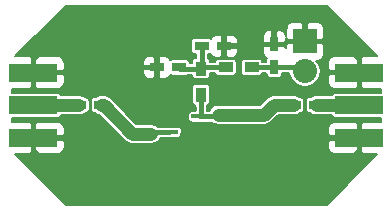
<source format=gtl>
G04 #@! TF.FileFunction,Copper,L1,Top,Signal*
%FSLAX46Y46*%
G04 Gerber Fmt 4.6, Leading zero omitted, Abs format (unit mm)*
G04 Created by KiCad (PCBNEW 4.0.7-e2-6376~58~ubuntu16.04.1) date Sat May 19 18:02:08 2018*
%MOMM*%
%LPD*%
G01*
G04 APERTURE LIST*
%ADD10C,0.100000*%
%ADD11R,4.064000X1.524000*%
%ADD12R,1.200000X0.750000*%
%ADD13R,2.032000X2.032000*%
%ADD14O,2.032000X2.032000*%
%ADD15R,0.900000X1.200000*%
%ADD16R,1.200000X0.900000*%
%ADD17R,1.500000X0.400000*%
%ADD18R,0.750000X1.200000*%
%ADD19C,0.700000*%
%ADD20C,0.400000*%
%ADD21C,0.200000*%
%ADD22C,1.100000*%
%ADD23C,0.254000*%
G04 APERTURE END LIST*
D10*
D11*
X2200000Y9000000D03*
X2200000Y11770000D03*
X2200000Y6230000D03*
X29800000Y9000000D03*
X29800000Y6230000D03*
X29800000Y11770000D03*
D12*
X7950000Y9000000D03*
X6050000Y9000000D03*
X26150000Y9000000D03*
X24250000Y9000000D03*
D13*
X25200000Y14400000D03*
D14*
X25200000Y11860000D03*
D12*
X16450000Y14000000D03*
X18350000Y14000000D03*
X14550000Y12200000D03*
X12650000Y12200000D03*
D15*
X16400000Y12100000D03*
X16400000Y9900000D03*
D16*
X20700000Y12200000D03*
X18500000Y12200000D03*
D17*
X13670000Y8050000D03*
X13670000Y7400000D03*
X13670000Y6750000D03*
X16330000Y6750000D03*
X16330000Y7400000D03*
X16330000Y8050000D03*
D18*
X22600000Y12250000D03*
X22600000Y14150000D03*
D19*
X27200000Y15400000D03*
X27400000Y14400000D03*
X18000000Y9600000D03*
X19000000Y9600000D03*
X20200000Y9600000D03*
X21200000Y9800000D03*
X22000000Y10400000D03*
X23000000Y10400000D03*
X23400000Y15600000D03*
X22400000Y15600000D03*
X21400000Y15600000D03*
X21400000Y14600000D03*
X20800000Y13600000D03*
X19800000Y13600000D03*
X19800000Y14800000D03*
X19000000Y15400000D03*
X17800000Y15400000D03*
X16600000Y15400000D03*
X15400000Y15400000D03*
X14800000Y14600000D03*
X14800000Y13600000D03*
X13800000Y13600000D03*
X12800000Y13600000D03*
X11600000Y13600000D03*
X11000000Y12600000D03*
X11000000Y11600000D03*
X11800000Y10800000D03*
X12800000Y10800000D03*
X13800000Y10800000D03*
X14800000Y10400000D03*
X14800000Y9400000D03*
X13800000Y9400000D03*
X12800000Y9400000D03*
X12000000Y8800000D03*
X11200000Y8200000D03*
X10400000Y9000000D03*
X9800000Y9800000D03*
X8800000Y10400000D03*
X7800000Y10400000D03*
X6800000Y10400000D03*
X5800000Y10400000D03*
X5400000Y11400000D03*
X13000000Y5599994D03*
X6800000Y7600000D03*
X8000000Y7400000D03*
X8600000Y6600000D03*
X9000000Y5800000D03*
X9800000Y5200000D03*
X11000000Y5000000D03*
X12000000Y5000000D03*
X14000000Y5600000D03*
X15000000Y5600000D03*
X16000000Y5600000D03*
X17000000Y5600000D03*
X18000000Y5800000D03*
X18400000Y6600000D03*
X19400000Y6600000D03*
X20400000Y6600000D03*
X21400000Y6600000D03*
X22400000Y6600000D03*
X23200000Y7200000D03*
X24400000Y7600000D03*
X25400000Y7600000D03*
X21600000Y1000000D03*
X10600006Y1000000D03*
X20600000Y1000000D03*
X19600000Y1000000D03*
X18600000Y1000000D03*
X17600000Y1000000D03*
X16600000Y1000000D03*
X15600000Y1000000D03*
X14600000Y1000000D03*
X13600000Y1000000D03*
X12600000Y1000000D03*
X11600000Y1000000D03*
X5500000Y12500000D03*
X4500000Y13500000D03*
X3000000Y13500000D03*
X5500000Y7500000D03*
X5500000Y6500000D03*
X5500000Y5500000D03*
X4500000Y4500000D03*
X3000000Y4500000D03*
X26500000Y7500000D03*
X26500000Y6500000D03*
X26500000Y5500000D03*
X27500000Y4500000D03*
X29000000Y4500000D03*
X27500000Y13500000D03*
X29000000Y13500000D03*
X1500000Y13500000D03*
X2500000Y14500000D03*
X3500000Y15500000D03*
X4500000Y16500000D03*
X5500000Y17000000D03*
X6500000Y17000000D03*
X7500000Y17000000D03*
X8500000Y17000000D03*
X9500000Y17000000D03*
X10500000Y17000000D03*
X11500000Y17000000D03*
X12500000Y17000000D03*
X13500000Y17000000D03*
X14500000Y17000000D03*
X15500000Y17000000D03*
X16500000Y17000000D03*
X17500000Y17000000D03*
X18500000Y17000000D03*
X19500000Y17000000D03*
X20500000Y17000000D03*
X21500000Y17000000D03*
X22500000Y17000000D03*
X23500000Y17000000D03*
X24500000Y17000000D03*
X25500000Y17000000D03*
X26500000Y17000000D03*
X27500000Y16500000D03*
X28500000Y15500000D03*
X29500000Y14500000D03*
X30500000Y13500000D03*
X30500000Y4500000D03*
X29500000Y3500000D03*
X28500000Y2500000D03*
X27500000Y1500000D03*
X26500000Y1000000D03*
X25500000Y1000000D03*
X24500000Y1000000D03*
X23500000Y1000000D03*
X22500000Y1000000D03*
X9500000Y1000000D03*
X8500000Y1000000D03*
X7500000Y1000000D03*
X6500000Y1000000D03*
X5500000Y1000000D03*
X4500000Y1500000D03*
X3500000Y2500000D03*
X2500000Y3500000D03*
X1500000Y4500000D03*
D20*
X16330000Y7400000D02*
X16330000Y6750000D01*
X13670000Y8050000D02*
X13670000Y7400000D01*
D21*
X27400000Y14400000D02*
X27400000Y15200000D01*
X27400000Y15200000D02*
X27200000Y15400000D01*
X19000000Y9600000D02*
X18000000Y9600000D01*
X21200000Y9800000D02*
X20400000Y9800000D01*
X20400000Y9800000D02*
X20200000Y9600000D01*
X23000000Y10400000D02*
X22000000Y10400000D01*
X22400000Y15600000D02*
X23400000Y15600000D01*
X21400000Y14600000D02*
X21400000Y15600000D01*
X19800000Y13600000D02*
X20800000Y13600000D01*
X19000000Y15400000D02*
X19200000Y15400000D01*
X19200000Y15400000D02*
X19800000Y14800000D01*
X16600000Y15400000D02*
X17800000Y15400000D01*
X14800000Y14600000D02*
X14800000Y14800000D01*
X14800000Y14800000D02*
X15400000Y15400000D01*
X13800000Y13600000D02*
X14800000Y13600000D01*
X11600000Y13600000D02*
X12800000Y13600000D01*
X11000000Y11600000D02*
X11000000Y12600000D01*
X12800000Y10800000D02*
X11800000Y10800000D01*
X14800000Y10400000D02*
X14200000Y10400000D01*
X14200000Y10400000D02*
X13800000Y10800000D01*
X13800000Y9400000D02*
X14800000Y9400000D01*
X12000000Y8800000D02*
X12200000Y8800000D01*
X12200000Y8800000D02*
X12800000Y9400000D01*
X10400000Y9000000D02*
X11200000Y8200000D01*
X8800000Y10400000D02*
X9200000Y10400000D01*
X9200000Y10400000D02*
X9800000Y9800000D01*
X6800000Y10400000D02*
X7800000Y10400000D01*
X5400000Y11400000D02*
X5400000Y10800000D01*
X5400000Y10800000D02*
X5800000Y10400000D01*
X12000000Y5000000D02*
X12599994Y5599994D01*
X12599994Y5599994D02*
X13000000Y5599994D01*
X8000000Y7400000D02*
X7000000Y7400000D01*
X7000000Y7400000D02*
X6800000Y7600000D01*
X9000000Y5800000D02*
X9000000Y6200000D01*
X9000000Y6200000D02*
X8600000Y6600000D01*
X11000000Y5000000D02*
X10000000Y5000000D01*
X10000000Y5000000D02*
X9800000Y5200000D01*
X15000000Y5600000D02*
X14000000Y5600000D01*
X17000000Y5600000D02*
X16000000Y5600000D01*
X18400000Y6600000D02*
X18400000Y6200000D01*
X18400000Y6200000D02*
X18000000Y5800000D01*
X20400000Y6600000D02*
X19400000Y6600000D01*
X22400000Y6600000D02*
X21400000Y6600000D01*
X24400000Y7600000D02*
X23600000Y7600000D01*
X23600000Y7600000D02*
X23200000Y7200000D01*
X26500000Y7500000D02*
X25500000Y7500000D01*
X25500000Y7500000D02*
X25400000Y7600000D01*
X9500000Y1000000D02*
X10600006Y1000000D01*
X19600000Y1000000D02*
X20600000Y1000000D01*
X17600000Y1000000D02*
X18600000Y1000000D01*
X15600000Y1000000D02*
X16600000Y1000000D01*
X13600000Y1000000D02*
X14600000Y1000000D01*
X11600000Y1000000D02*
X12600000Y1000000D01*
X30500000Y4500000D02*
X29900000Y4500000D01*
X29900000Y4500000D02*
X29700000Y4700000D01*
X29700000Y4700000D02*
X29700000Y6230000D01*
X4500000Y13500000D02*
X5500000Y12500000D01*
X2300000Y11770000D02*
X2300000Y12800000D01*
X2300000Y12800000D02*
X3000000Y13500000D01*
X5500000Y6500000D02*
X5500000Y7500000D01*
X4500000Y4500000D02*
X5500000Y5500000D01*
X2300000Y6230000D02*
X2300000Y5200000D01*
X2300000Y5200000D02*
X3000000Y4500000D01*
X26500000Y6500000D02*
X26500000Y7500000D01*
X27500000Y4500000D02*
X26500000Y5500000D01*
X29700000Y6230000D02*
X29700000Y5200000D01*
X29700000Y5200000D02*
X29000000Y4500000D01*
X29700000Y11770000D02*
X29700000Y12800000D01*
X29700000Y12800000D02*
X29000000Y13500000D01*
X3500000Y15500000D02*
X2500000Y14500000D01*
X5500000Y17000000D02*
X5000000Y17000000D01*
X5000000Y17000000D02*
X4500000Y16500000D01*
X7500000Y17000000D02*
X6500000Y17000000D01*
X9500000Y17000000D02*
X8500000Y17000000D01*
X11500000Y17000000D02*
X10500000Y17000000D01*
X13500000Y17000000D02*
X12500000Y17000000D01*
X15500000Y17000000D02*
X14500000Y17000000D01*
X17500000Y17000000D02*
X16500000Y17000000D01*
X19500000Y17000000D02*
X18500000Y17000000D01*
X21500000Y17000000D02*
X20500000Y17000000D01*
X23500000Y17000000D02*
X22500000Y17000000D01*
X25500000Y17000000D02*
X24500000Y17000000D01*
X27500000Y16500000D02*
X27000000Y16500000D01*
X27000000Y16500000D02*
X26500000Y17000000D01*
X29500000Y14500000D02*
X28500000Y15500000D01*
X29700000Y11770000D02*
X29700000Y12732000D01*
X30468000Y13500000D02*
X30500000Y13500000D01*
X29700000Y12732000D02*
X30468000Y13500000D01*
X29500000Y3500000D02*
X30500000Y4500000D01*
X27500000Y1500000D02*
X28500000Y2500000D01*
X25500000Y1000000D02*
X26500000Y1000000D01*
X23500000Y1000000D02*
X24500000Y1000000D01*
X8500000Y1000000D02*
X9500000Y1000000D01*
X6500000Y1000000D02*
X7500000Y1000000D01*
X4500000Y1500000D02*
X5000000Y1500000D01*
X5000000Y1500000D02*
X5500000Y1000000D01*
X2500000Y3500000D02*
X3500000Y2500000D01*
X2300000Y6230000D02*
X2300000Y5268000D01*
X2300000Y5268000D02*
X1532000Y4500000D01*
X1532000Y4500000D02*
X1500000Y4500000D01*
D20*
X13670000Y6750000D02*
X12350000Y6750000D01*
X12350000Y6750000D02*
X12200000Y6600000D01*
D22*
X10575000Y6600000D02*
X12200000Y6600000D01*
X7950000Y9000000D02*
X8175000Y9000000D01*
X8175000Y9000000D02*
X10575000Y6600000D01*
X29800000Y9000000D02*
X26150000Y9000000D01*
D20*
X18500000Y12200000D02*
X16500000Y12200000D01*
X16500000Y12200000D02*
X16400000Y12100000D01*
X16450000Y14000000D02*
X16450000Y12150000D01*
X16450000Y12150000D02*
X16400000Y12100000D01*
X16400000Y12100000D02*
X14650000Y12100000D01*
X14650000Y12100000D02*
X14550000Y12200000D01*
D22*
X2200000Y9000000D02*
X6050000Y9000000D01*
D20*
X16400000Y9900000D02*
X16400000Y8120000D01*
X16400000Y8120000D02*
X16330000Y8050000D01*
X16330000Y8050000D02*
X17650000Y8050000D01*
X17650000Y8050000D02*
X17800000Y8200000D01*
D22*
X21750000Y8200000D02*
X17800000Y8200000D01*
X24250000Y9000000D02*
X22550000Y9000000D01*
X22550000Y9000000D02*
X21750000Y8200000D01*
D20*
X22600000Y12250000D02*
X24810000Y12250000D01*
X24810000Y12250000D02*
X25200000Y11860000D01*
X20700000Y12200000D02*
X22550000Y12200000D01*
X22550000Y12200000D02*
X22600000Y12250000D01*
D21*
G36*
X31329670Y13140000D02*
X30106000Y13140000D01*
X29954000Y12988000D01*
X29954000Y11924000D01*
X29974000Y11924000D01*
X29974000Y11616000D01*
X29954000Y11616000D01*
X29954000Y10552000D01*
X30106000Y10400000D01*
X31625000Y10400000D01*
X31625000Y10067877D01*
X27768000Y10067877D01*
X27656827Y10046958D01*
X27554721Y9981255D01*
X27486222Y9881003D01*
X27479944Y9850000D01*
X26150000Y9850000D01*
X25824719Y9785298D01*
X25668442Y9680877D01*
X25550000Y9680877D01*
X25438827Y9659958D01*
X25336721Y9594255D01*
X25268222Y9494003D01*
X25244123Y9375000D01*
X25244123Y8625000D01*
X25265042Y8513827D01*
X25330745Y8411721D01*
X25430997Y8343222D01*
X25550000Y8319123D01*
X25668442Y8319123D01*
X25824719Y8214702D01*
X26150000Y8150000D01*
X27478682Y8150000D01*
X27483042Y8126827D01*
X27548745Y8024721D01*
X27648997Y7956222D01*
X27768000Y7932123D01*
X31625000Y7932123D01*
X31625000Y7600000D01*
X30106000Y7600000D01*
X29954000Y7448000D01*
X29954000Y6384000D01*
X29974000Y6384000D01*
X29974000Y6076000D01*
X29954000Y6076000D01*
X29954000Y5012000D01*
X30106000Y4860000D01*
X31329670Y4860000D01*
X27044670Y575000D01*
X4955330Y575000D01*
X670330Y4860000D01*
X1894000Y4860000D01*
X2046000Y5012000D01*
X2046000Y6076000D01*
X2354000Y6076000D01*
X2354000Y5012000D01*
X2506000Y4860000D01*
X4352938Y4860000D01*
X4576404Y4952562D01*
X4747437Y5123595D01*
X4840000Y5347061D01*
X4840000Y5924000D01*
X4688000Y6076000D01*
X2354000Y6076000D01*
X2046000Y6076000D01*
X2026000Y6076000D01*
X2026000Y6384000D01*
X2046000Y6384000D01*
X2046000Y7448000D01*
X2354000Y7448000D01*
X2354000Y6384000D01*
X4688000Y6384000D01*
X4840000Y6536000D01*
X4840000Y7112939D01*
X4747437Y7336405D01*
X4576404Y7507438D01*
X4352938Y7600000D01*
X2506000Y7600000D01*
X2354000Y7448000D01*
X2046000Y7448000D01*
X1894000Y7600000D01*
X375000Y7600000D01*
X375000Y7932123D01*
X4232000Y7932123D01*
X4343173Y7953042D01*
X4445279Y8018745D01*
X4513778Y8118997D01*
X4520056Y8150000D01*
X6050000Y8150000D01*
X6375281Y8214702D01*
X6531558Y8319123D01*
X6650000Y8319123D01*
X6761173Y8340042D01*
X6863279Y8405745D01*
X6931778Y8505997D01*
X6955877Y8625000D01*
X6955877Y9375000D01*
X7044123Y9375000D01*
X7044123Y8625000D01*
X7065042Y8513827D01*
X7130745Y8411721D01*
X7230997Y8343222D01*
X7350000Y8319123D01*
X7468442Y8319123D01*
X7624719Y8214702D01*
X7791364Y8181555D01*
X9973957Y5998962D01*
X9973959Y5998959D01*
X10249719Y5814702D01*
X10575000Y5749999D01*
X10575005Y5750000D01*
X12200000Y5750000D01*
X12525281Y5814702D01*
X12688856Y5924000D01*
X27160000Y5924000D01*
X27160000Y5347061D01*
X27252563Y5123595D01*
X27423596Y4952562D01*
X27647062Y4860000D01*
X29494000Y4860000D01*
X29646000Y5012000D01*
X29646000Y6076000D01*
X27312000Y6076000D01*
X27160000Y5924000D01*
X12688856Y5924000D01*
X12801041Y5998959D01*
X12964854Y6244123D01*
X14420000Y6244123D01*
X14531173Y6265042D01*
X14633279Y6330745D01*
X14701778Y6430997D01*
X14725877Y6550000D01*
X14725877Y6668604D01*
X14764405Y6684563D01*
X14935438Y6855596D01*
X14989027Y6984973D01*
X15026490Y6947510D01*
X15064562Y6855596D01*
X15235595Y6684563D01*
X15319037Y6650000D01*
X15124000Y6650000D01*
X14972000Y6498000D01*
X14972000Y6429062D01*
X15064562Y6205596D01*
X15235595Y6034563D01*
X15459061Y5942000D01*
X16024000Y5942000D01*
X16176000Y6094000D01*
X16176000Y6650000D01*
X16082000Y6650000D01*
X16176000Y6744000D01*
X16176000Y6924000D01*
X16484000Y6924000D01*
X16484000Y6744000D01*
X16578000Y6650000D01*
X16484000Y6650000D01*
X16484000Y6094000D01*
X16636000Y5942000D01*
X17200939Y5942000D01*
X17424405Y6034563D01*
X17595438Y6205596D01*
X17688000Y6429062D01*
X17688000Y6498000D01*
X17536000Y6650000D01*
X17340963Y6650000D01*
X17424405Y6684563D01*
X17595438Y6855596D01*
X17633510Y6947510D01*
X17688000Y7002000D01*
X17688000Y7070938D01*
X17686317Y7075000D01*
X17688000Y7079062D01*
X17688000Y7112939D01*
X27160000Y7112939D01*
X27160000Y6536000D01*
X27312000Y6384000D01*
X29646000Y6384000D01*
X29646000Y7448000D01*
X29494000Y7600000D01*
X27647062Y7600000D01*
X27423596Y7507438D01*
X27252563Y7336405D01*
X27160000Y7112939D01*
X17688000Y7112939D01*
X17688000Y7148000D01*
X17633510Y7202490D01*
X17615488Y7245998D01*
X17688000Y7245998D01*
X17688000Y7372278D01*
X17800000Y7350000D01*
X21750000Y7350000D01*
X22075281Y7414702D01*
X22351041Y7598959D01*
X22902082Y8150000D01*
X24250000Y8150000D01*
X24575281Y8214702D01*
X24731558Y8319123D01*
X24850000Y8319123D01*
X24961173Y8340042D01*
X25063279Y8405745D01*
X25131778Y8505997D01*
X25155877Y8625000D01*
X25155877Y9375000D01*
X25134958Y9486173D01*
X25069255Y9588279D01*
X24969003Y9656778D01*
X24850000Y9680877D01*
X24731558Y9680877D01*
X24575281Y9785298D01*
X24250000Y9850000D01*
X22550000Y9850000D01*
X22224719Y9785298D01*
X21948959Y9601041D01*
X21397918Y9050000D01*
X17800000Y9050000D01*
X17474719Y8985298D01*
X17198959Y8801041D01*
X17035146Y8555877D01*
X16900000Y8555877D01*
X16900000Y9003531D01*
X16961173Y9015042D01*
X17063279Y9080745D01*
X17131778Y9180997D01*
X17155877Y9300000D01*
X17155877Y10500000D01*
X17134958Y10611173D01*
X17069255Y10713279D01*
X16969003Y10781778D01*
X16850000Y10805877D01*
X15950000Y10805877D01*
X15838827Y10784958D01*
X15736721Y10719255D01*
X15668222Y10619003D01*
X15644123Y10500000D01*
X15644123Y9300000D01*
X15665042Y9188827D01*
X15730745Y9086721D01*
X15830997Y9018222D01*
X15900000Y9004248D01*
X15900000Y8555877D01*
X15580000Y8555877D01*
X15468827Y8534958D01*
X15366721Y8469255D01*
X15298222Y8369003D01*
X15274123Y8250000D01*
X15274123Y8131396D01*
X15235595Y8115437D01*
X15064562Y7944404D01*
X15010973Y7815027D01*
X14973510Y7852490D01*
X14935438Y7944404D01*
X14764405Y8115437D01*
X14680963Y8150000D01*
X14876000Y8150000D01*
X15028000Y8302000D01*
X15028000Y8370938D01*
X14935438Y8594404D01*
X14764405Y8765437D01*
X14540939Y8858000D01*
X13976000Y8858000D01*
X13824000Y8706000D01*
X13824000Y8150000D01*
X13918000Y8150000D01*
X13824000Y8056000D01*
X13824000Y7876000D01*
X13516000Y7876000D01*
X13516000Y8056000D01*
X13422000Y8150000D01*
X13516000Y8150000D01*
X13516000Y8706000D01*
X13364000Y8858000D01*
X12799061Y8858000D01*
X12575595Y8765437D01*
X12404562Y8594404D01*
X12312000Y8370938D01*
X12312000Y8302000D01*
X12464000Y8150000D01*
X12659037Y8150000D01*
X12575595Y8115437D01*
X12404562Y7944404D01*
X12366490Y7852490D01*
X12312000Y7798000D01*
X12312000Y7729062D01*
X12313683Y7725000D01*
X12312000Y7720938D01*
X12312000Y7652000D01*
X12366490Y7597510D01*
X12384512Y7554002D01*
X12312000Y7554002D01*
X12312000Y7427722D01*
X12200000Y7450000D01*
X10927081Y7450000D01*
X8776041Y9601041D01*
X8500281Y9785298D01*
X8175000Y9850000D01*
X7950000Y9850000D01*
X7624719Y9785298D01*
X7468442Y9680877D01*
X7350000Y9680877D01*
X7238827Y9659958D01*
X7136721Y9594255D01*
X7068222Y9494003D01*
X7044123Y9375000D01*
X6955877Y9375000D01*
X6934958Y9486173D01*
X6869255Y9588279D01*
X6769003Y9656778D01*
X6650000Y9680877D01*
X6531558Y9680877D01*
X6375281Y9785298D01*
X6050000Y9850000D01*
X4521318Y9850000D01*
X4516958Y9873173D01*
X4451255Y9975279D01*
X4351003Y10043778D01*
X4232000Y10067877D01*
X375000Y10067877D01*
X375000Y10400000D01*
X1894000Y10400000D01*
X2046000Y10552000D01*
X2046000Y11616000D01*
X2354000Y11616000D01*
X2354000Y10552000D01*
X2506000Y10400000D01*
X4352938Y10400000D01*
X4576404Y10492562D01*
X4747437Y10663595D01*
X4840000Y10887061D01*
X4840000Y11464000D01*
X4688000Y11616000D01*
X2354000Y11616000D01*
X2046000Y11616000D01*
X2026000Y11616000D01*
X2026000Y11894000D01*
X11442000Y11894000D01*
X11442000Y11704062D01*
X11534562Y11480596D01*
X11705595Y11309563D01*
X11929061Y11217000D01*
X12344000Y11217000D01*
X12496000Y11369000D01*
X12496000Y12046000D01*
X11594000Y12046000D01*
X11442000Y11894000D01*
X2026000Y11894000D01*
X2026000Y11924000D01*
X2046000Y11924000D01*
X2046000Y12988000D01*
X2354000Y12988000D01*
X2354000Y11924000D01*
X4688000Y11924000D01*
X4840000Y12076000D01*
X4840000Y12652939D01*
X4822190Y12695938D01*
X11442000Y12695938D01*
X11442000Y12506000D01*
X11594000Y12354000D01*
X12496000Y12354000D01*
X12496000Y13031000D01*
X12804000Y13031000D01*
X12804000Y12354000D01*
X12824000Y12354000D01*
X12824000Y12046000D01*
X12804000Y12046000D01*
X12804000Y11369000D01*
X12956000Y11217000D01*
X13370939Y11217000D01*
X13594405Y11309563D01*
X13765438Y11480596D01*
X13800118Y11564321D01*
X13830997Y11543222D01*
X13950000Y11519123D01*
X15150000Y11519123D01*
X15261173Y11540042D01*
X15354351Y11600000D01*
X15644123Y11600000D01*
X15644123Y11500000D01*
X15665042Y11388827D01*
X15730745Y11286721D01*
X15830997Y11218222D01*
X15950000Y11194123D01*
X16850000Y11194123D01*
X16961173Y11215042D01*
X17063279Y11280745D01*
X17131778Y11380997D01*
X17155877Y11500000D01*
X17155877Y11700000D01*
X17603531Y11700000D01*
X17615042Y11638827D01*
X17680745Y11536721D01*
X17780997Y11468222D01*
X17900000Y11444123D01*
X19100000Y11444123D01*
X19211173Y11465042D01*
X19313279Y11530745D01*
X19381778Y11630997D01*
X19405877Y11750000D01*
X19405877Y12650000D01*
X19794123Y12650000D01*
X19794123Y11750000D01*
X19815042Y11638827D01*
X19880745Y11536721D01*
X19980997Y11468222D01*
X20100000Y11444123D01*
X21300000Y11444123D01*
X21411173Y11465042D01*
X21513279Y11530745D01*
X21581778Y11630997D01*
X21595752Y11700000D01*
X21919123Y11700000D01*
X21919123Y11650000D01*
X21940042Y11538827D01*
X22005745Y11436721D01*
X22105997Y11368222D01*
X22225000Y11344123D01*
X22975000Y11344123D01*
X23086173Y11365042D01*
X23188279Y11430745D01*
X23256778Y11530997D01*
X23280877Y11650000D01*
X23280877Y11750000D01*
X23880098Y11750000D01*
X23958393Y11356389D01*
X24243665Y10929447D01*
X24670607Y10644175D01*
X25174218Y10544000D01*
X25225782Y10544000D01*
X25729393Y10644175D01*
X26156335Y10929447D01*
X26441607Y11356389D01*
X26463012Y11464000D01*
X27160000Y11464000D01*
X27160000Y10887061D01*
X27252563Y10663595D01*
X27423596Y10492562D01*
X27647062Y10400000D01*
X29494000Y10400000D01*
X29646000Y10552000D01*
X29646000Y11616000D01*
X27312000Y11616000D01*
X27160000Y11464000D01*
X26463012Y11464000D01*
X26541782Y11860000D01*
X26441607Y12363611D01*
X26248286Y12652939D01*
X27160000Y12652939D01*
X27160000Y12076000D01*
X27312000Y11924000D01*
X29646000Y11924000D01*
X29646000Y12988000D01*
X29494000Y13140000D01*
X27647062Y13140000D01*
X27423596Y13047438D01*
X27252563Y12876405D01*
X27160000Y12652939D01*
X26248286Y12652939D01*
X26166059Y12776000D01*
X26336939Y12776000D01*
X26560405Y12868563D01*
X26731438Y13039596D01*
X26824000Y13263062D01*
X26824000Y14094000D01*
X26672000Y14246000D01*
X25354000Y14246000D01*
X25354000Y14226000D01*
X25046000Y14226000D01*
X25046000Y14246000D01*
X23728000Y14246000D01*
X23576000Y14094000D01*
X23576000Y13851000D01*
X23431000Y13996000D01*
X22754000Y13996000D01*
X22754000Y13976000D01*
X22446000Y13976000D01*
X22446000Y13996000D01*
X21769000Y13996000D01*
X21617000Y13844000D01*
X21617000Y13429061D01*
X21709563Y13205595D01*
X21880596Y13034562D01*
X21964321Y12999882D01*
X21943222Y12969003D01*
X21919123Y12850000D01*
X21919123Y12700000D01*
X21596469Y12700000D01*
X21584958Y12761173D01*
X21519255Y12863279D01*
X21419003Y12931778D01*
X21300000Y12955877D01*
X20100000Y12955877D01*
X19988827Y12934958D01*
X19886721Y12869255D01*
X19818222Y12769003D01*
X19794123Y12650000D01*
X19405877Y12650000D01*
X19384958Y12761173D01*
X19319255Y12863279D01*
X19219003Y12931778D01*
X19100000Y12955877D01*
X17900000Y12955877D01*
X17788827Y12934958D01*
X17686721Y12869255D01*
X17618222Y12769003D01*
X17604248Y12700000D01*
X17155877Y12700000D01*
X17134958Y12811173D01*
X17069255Y12913279D01*
X16969003Y12981778D01*
X16950000Y12985626D01*
X16950000Y13319123D01*
X17050000Y13319123D01*
X17161173Y13340042D01*
X17199676Y13364818D01*
X17234562Y13280596D01*
X17405595Y13109563D01*
X17629061Y13017000D01*
X18044000Y13017000D01*
X18196000Y13169000D01*
X18196000Y13846000D01*
X18504000Y13846000D01*
X18504000Y13169000D01*
X18656000Y13017000D01*
X19070939Y13017000D01*
X19294405Y13109563D01*
X19465438Y13280596D01*
X19558000Y13504062D01*
X19558000Y13694000D01*
X19406000Y13846000D01*
X18504000Y13846000D01*
X18196000Y13846000D01*
X18176000Y13846000D01*
X18176000Y14154000D01*
X18196000Y14154000D01*
X18196000Y14831000D01*
X18504000Y14831000D01*
X18504000Y14154000D01*
X19406000Y14154000D01*
X19558000Y14306000D01*
X19558000Y14495938D01*
X19465438Y14719404D01*
X19313903Y14870939D01*
X21617000Y14870939D01*
X21617000Y14456000D01*
X21769000Y14304000D01*
X22446000Y14304000D01*
X22446000Y15206000D01*
X22754000Y15206000D01*
X22754000Y14304000D01*
X23431000Y14304000D01*
X23583000Y14456000D01*
X23583000Y14699000D01*
X23728000Y14554000D01*
X25046000Y14554000D01*
X25046000Y15872000D01*
X25354000Y15872000D01*
X25354000Y14554000D01*
X26672000Y14554000D01*
X26824000Y14706000D01*
X26824000Y15536938D01*
X26731438Y15760404D01*
X26560405Y15931437D01*
X26336939Y16024000D01*
X25506000Y16024000D01*
X25354000Y15872000D01*
X25046000Y15872000D01*
X24894000Y16024000D01*
X24063061Y16024000D01*
X23839595Y15931437D01*
X23668562Y15760404D01*
X23576000Y15536938D01*
X23576000Y14887838D01*
X23490437Y15094405D01*
X23319404Y15265438D01*
X23095938Y15358000D01*
X22906000Y15358000D01*
X22754000Y15206000D01*
X22446000Y15206000D01*
X22294000Y15358000D01*
X22104062Y15358000D01*
X21880596Y15265438D01*
X21709563Y15094405D01*
X21617000Y14870939D01*
X19313903Y14870939D01*
X19294405Y14890437D01*
X19070939Y14983000D01*
X18656000Y14983000D01*
X18504000Y14831000D01*
X18196000Y14831000D01*
X18044000Y14983000D01*
X17629061Y14983000D01*
X17405595Y14890437D01*
X17234562Y14719404D01*
X17199882Y14635679D01*
X17169003Y14656778D01*
X17050000Y14680877D01*
X15850000Y14680877D01*
X15738827Y14659958D01*
X15636721Y14594255D01*
X15568222Y14494003D01*
X15544123Y14375000D01*
X15544123Y13625000D01*
X15565042Y13513827D01*
X15630745Y13411721D01*
X15730997Y13343222D01*
X15850000Y13319123D01*
X15950000Y13319123D01*
X15950000Y13005877D01*
X15838827Y12984958D01*
X15736721Y12919255D01*
X15668222Y12819003D01*
X15644123Y12700000D01*
X15644123Y12600000D01*
X15451173Y12600000D01*
X15434958Y12686173D01*
X15369255Y12788279D01*
X15269003Y12856778D01*
X15150000Y12880877D01*
X13950000Y12880877D01*
X13838827Y12859958D01*
X13800324Y12835182D01*
X13765438Y12919404D01*
X13594405Y13090437D01*
X13370939Y13183000D01*
X12956000Y13183000D01*
X12804000Y13031000D01*
X12496000Y13031000D01*
X12344000Y13183000D01*
X11929061Y13183000D01*
X11705595Y13090437D01*
X11534562Y12919404D01*
X11442000Y12695938D01*
X4822190Y12695938D01*
X4747437Y12876405D01*
X4576404Y13047438D01*
X4352938Y13140000D01*
X2506000Y13140000D01*
X2354000Y12988000D01*
X2046000Y12988000D01*
X1894000Y13140000D01*
X670330Y13140000D01*
X4955330Y17425000D01*
X27044670Y17425000D01*
X31329670Y13140000D01*
X31329670Y13140000D01*
G37*
X31329670Y13140000D02*
X30106000Y13140000D01*
X29954000Y12988000D01*
X29954000Y11924000D01*
X29974000Y11924000D01*
X29974000Y11616000D01*
X29954000Y11616000D01*
X29954000Y10552000D01*
X30106000Y10400000D01*
X31625000Y10400000D01*
X31625000Y10067877D01*
X27768000Y10067877D01*
X27656827Y10046958D01*
X27554721Y9981255D01*
X27486222Y9881003D01*
X27479944Y9850000D01*
X26150000Y9850000D01*
X25824719Y9785298D01*
X25668442Y9680877D01*
X25550000Y9680877D01*
X25438827Y9659958D01*
X25336721Y9594255D01*
X25268222Y9494003D01*
X25244123Y9375000D01*
X25244123Y8625000D01*
X25265042Y8513827D01*
X25330745Y8411721D01*
X25430997Y8343222D01*
X25550000Y8319123D01*
X25668442Y8319123D01*
X25824719Y8214702D01*
X26150000Y8150000D01*
X27478682Y8150000D01*
X27483042Y8126827D01*
X27548745Y8024721D01*
X27648997Y7956222D01*
X27768000Y7932123D01*
X31625000Y7932123D01*
X31625000Y7600000D01*
X30106000Y7600000D01*
X29954000Y7448000D01*
X29954000Y6384000D01*
X29974000Y6384000D01*
X29974000Y6076000D01*
X29954000Y6076000D01*
X29954000Y5012000D01*
X30106000Y4860000D01*
X31329670Y4860000D01*
X27044670Y575000D01*
X4955330Y575000D01*
X670330Y4860000D01*
X1894000Y4860000D01*
X2046000Y5012000D01*
X2046000Y6076000D01*
X2354000Y6076000D01*
X2354000Y5012000D01*
X2506000Y4860000D01*
X4352938Y4860000D01*
X4576404Y4952562D01*
X4747437Y5123595D01*
X4840000Y5347061D01*
X4840000Y5924000D01*
X4688000Y6076000D01*
X2354000Y6076000D01*
X2046000Y6076000D01*
X2026000Y6076000D01*
X2026000Y6384000D01*
X2046000Y6384000D01*
X2046000Y7448000D01*
X2354000Y7448000D01*
X2354000Y6384000D01*
X4688000Y6384000D01*
X4840000Y6536000D01*
X4840000Y7112939D01*
X4747437Y7336405D01*
X4576404Y7507438D01*
X4352938Y7600000D01*
X2506000Y7600000D01*
X2354000Y7448000D01*
X2046000Y7448000D01*
X1894000Y7600000D01*
X375000Y7600000D01*
X375000Y7932123D01*
X4232000Y7932123D01*
X4343173Y7953042D01*
X4445279Y8018745D01*
X4513778Y8118997D01*
X4520056Y8150000D01*
X6050000Y8150000D01*
X6375281Y8214702D01*
X6531558Y8319123D01*
X6650000Y8319123D01*
X6761173Y8340042D01*
X6863279Y8405745D01*
X6931778Y8505997D01*
X6955877Y8625000D01*
X6955877Y9375000D01*
X7044123Y9375000D01*
X7044123Y8625000D01*
X7065042Y8513827D01*
X7130745Y8411721D01*
X7230997Y8343222D01*
X7350000Y8319123D01*
X7468442Y8319123D01*
X7624719Y8214702D01*
X7791364Y8181555D01*
X9973957Y5998962D01*
X9973959Y5998959D01*
X10249719Y5814702D01*
X10575000Y5749999D01*
X10575005Y5750000D01*
X12200000Y5750000D01*
X12525281Y5814702D01*
X12688856Y5924000D01*
X27160000Y5924000D01*
X27160000Y5347061D01*
X27252563Y5123595D01*
X27423596Y4952562D01*
X27647062Y4860000D01*
X29494000Y4860000D01*
X29646000Y5012000D01*
X29646000Y6076000D01*
X27312000Y6076000D01*
X27160000Y5924000D01*
X12688856Y5924000D01*
X12801041Y5998959D01*
X12964854Y6244123D01*
X14420000Y6244123D01*
X14531173Y6265042D01*
X14633279Y6330745D01*
X14701778Y6430997D01*
X14725877Y6550000D01*
X14725877Y6668604D01*
X14764405Y6684563D01*
X14935438Y6855596D01*
X14989027Y6984973D01*
X15026490Y6947510D01*
X15064562Y6855596D01*
X15235595Y6684563D01*
X15319037Y6650000D01*
X15124000Y6650000D01*
X14972000Y6498000D01*
X14972000Y6429062D01*
X15064562Y6205596D01*
X15235595Y6034563D01*
X15459061Y5942000D01*
X16024000Y5942000D01*
X16176000Y6094000D01*
X16176000Y6650000D01*
X16082000Y6650000D01*
X16176000Y6744000D01*
X16176000Y6924000D01*
X16484000Y6924000D01*
X16484000Y6744000D01*
X16578000Y6650000D01*
X16484000Y6650000D01*
X16484000Y6094000D01*
X16636000Y5942000D01*
X17200939Y5942000D01*
X17424405Y6034563D01*
X17595438Y6205596D01*
X17688000Y6429062D01*
X17688000Y6498000D01*
X17536000Y6650000D01*
X17340963Y6650000D01*
X17424405Y6684563D01*
X17595438Y6855596D01*
X17633510Y6947510D01*
X17688000Y7002000D01*
X17688000Y7070938D01*
X17686317Y7075000D01*
X17688000Y7079062D01*
X17688000Y7112939D01*
X27160000Y7112939D01*
X27160000Y6536000D01*
X27312000Y6384000D01*
X29646000Y6384000D01*
X29646000Y7448000D01*
X29494000Y7600000D01*
X27647062Y7600000D01*
X27423596Y7507438D01*
X27252563Y7336405D01*
X27160000Y7112939D01*
X17688000Y7112939D01*
X17688000Y7148000D01*
X17633510Y7202490D01*
X17615488Y7245998D01*
X17688000Y7245998D01*
X17688000Y7372278D01*
X17800000Y7350000D01*
X21750000Y7350000D01*
X22075281Y7414702D01*
X22351041Y7598959D01*
X22902082Y8150000D01*
X24250000Y8150000D01*
X24575281Y8214702D01*
X24731558Y8319123D01*
X24850000Y8319123D01*
X24961173Y8340042D01*
X25063279Y8405745D01*
X25131778Y8505997D01*
X25155877Y8625000D01*
X25155877Y9375000D01*
X25134958Y9486173D01*
X25069255Y9588279D01*
X24969003Y9656778D01*
X24850000Y9680877D01*
X24731558Y9680877D01*
X24575281Y9785298D01*
X24250000Y9850000D01*
X22550000Y9850000D01*
X22224719Y9785298D01*
X21948959Y9601041D01*
X21397918Y9050000D01*
X17800000Y9050000D01*
X17474719Y8985298D01*
X17198959Y8801041D01*
X17035146Y8555877D01*
X16900000Y8555877D01*
X16900000Y9003531D01*
X16961173Y9015042D01*
X17063279Y9080745D01*
X17131778Y9180997D01*
X17155877Y9300000D01*
X17155877Y10500000D01*
X17134958Y10611173D01*
X17069255Y10713279D01*
X16969003Y10781778D01*
X16850000Y10805877D01*
X15950000Y10805877D01*
X15838827Y10784958D01*
X15736721Y10719255D01*
X15668222Y10619003D01*
X15644123Y10500000D01*
X15644123Y9300000D01*
X15665042Y9188827D01*
X15730745Y9086721D01*
X15830997Y9018222D01*
X15900000Y9004248D01*
X15900000Y8555877D01*
X15580000Y8555877D01*
X15468827Y8534958D01*
X15366721Y8469255D01*
X15298222Y8369003D01*
X15274123Y8250000D01*
X15274123Y8131396D01*
X15235595Y8115437D01*
X15064562Y7944404D01*
X15010973Y7815027D01*
X14973510Y7852490D01*
X14935438Y7944404D01*
X14764405Y8115437D01*
X14680963Y8150000D01*
X14876000Y8150000D01*
X15028000Y8302000D01*
X15028000Y8370938D01*
X14935438Y8594404D01*
X14764405Y8765437D01*
X14540939Y8858000D01*
X13976000Y8858000D01*
X13824000Y8706000D01*
X13824000Y8150000D01*
X13918000Y8150000D01*
X13824000Y8056000D01*
X13824000Y7876000D01*
X13516000Y7876000D01*
X13516000Y8056000D01*
X13422000Y8150000D01*
X13516000Y8150000D01*
X13516000Y8706000D01*
X13364000Y8858000D01*
X12799061Y8858000D01*
X12575595Y8765437D01*
X12404562Y8594404D01*
X12312000Y8370938D01*
X12312000Y8302000D01*
X12464000Y8150000D01*
X12659037Y8150000D01*
X12575595Y8115437D01*
X12404562Y7944404D01*
X12366490Y7852490D01*
X12312000Y7798000D01*
X12312000Y7729062D01*
X12313683Y7725000D01*
X12312000Y7720938D01*
X12312000Y7652000D01*
X12366490Y7597510D01*
X12384512Y7554002D01*
X12312000Y7554002D01*
X12312000Y7427722D01*
X12200000Y7450000D01*
X10927081Y7450000D01*
X8776041Y9601041D01*
X8500281Y9785298D01*
X8175000Y9850000D01*
X7950000Y9850000D01*
X7624719Y9785298D01*
X7468442Y9680877D01*
X7350000Y9680877D01*
X7238827Y9659958D01*
X7136721Y9594255D01*
X7068222Y9494003D01*
X7044123Y9375000D01*
X6955877Y9375000D01*
X6934958Y9486173D01*
X6869255Y9588279D01*
X6769003Y9656778D01*
X6650000Y9680877D01*
X6531558Y9680877D01*
X6375281Y9785298D01*
X6050000Y9850000D01*
X4521318Y9850000D01*
X4516958Y9873173D01*
X4451255Y9975279D01*
X4351003Y10043778D01*
X4232000Y10067877D01*
X375000Y10067877D01*
X375000Y10400000D01*
X1894000Y10400000D01*
X2046000Y10552000D01*
X2046000Y11616000D01*
X2354000Y11616000D01*
X2354000Y10552000D01*
X2506000Y10400000D01*
X4352938Y10400000D01*
X4576404Y10492562D01*
X4747437Y10663595D01*
X4840000Y10887061D01*
X4840000Y11464000D01*
X4688000Y11616000D01*
X2354000Y11616000D01*
X2046000Y11616000D01*
X2026000Y11616000D01*
X2026000Y11894000D01*
X11442000Y11894000D01*
X11442000Y11704062D01*
X11534562Y11480596D01*
X11705595Y11309563D01*
X11929061Y11217000D01*
X12344000Y11217000D01*
X12496000Y11369000D01*
X12496000Y12046000D01*
X11594000Y12046000D01*
X11442000Y11894000D01*
X2026000Y11894000D01*
X2026000Y11924000D01*
X2046000Y11924000D01*
X2046000Y12988000D01*
X2354000Y12988000D01*
X2354000Y11924000D01*
X4688000Y11924000D01*
X4840000Y12076000D01*
X4840000Y12652939D01*
X4822190Y12695938D01*
X11442000Y12695938D01*
X11442000Y12506000D01*
X11594000Y12354000D01*
X12496000Y12354000D01*
X12496000Y13031000D01*
X12804000Y13031000D01*
X12804000Y12354000D01*
X12824000Y12354000D01*
X12824000Y12046000D01*
X12804000Y12046000D01*
X12804000Y11369000D01*
X12956000Y11217000D01*
X13370939Y11217000D01*
X13594405Y11309563D01*
X13765438Y11480596D01*
X13800118Y11564321D01*
X13830997Y11543222D01*
X13950000Y11519123D01*
X15150000Y11519123D01*
X15261173Y11540042D01*
X15354351Y11600000D01*
X15644123Y11600000D01*
X15644123Y11500000D01*
X15665042Y11388827D01*
X15730745Y11286721D01*
X15830997Y11218222D01*
X15950000Y11194123D01*
X16850000Y11194123D01*
X16961173Y11215042D01*
X17063279Y11280745D01*
X17131778Y11380997D01*
X17155877Y11500000D01*
X17155877Y11700000D01*
X17603531Y11700000D01*
X17615042Y11638827D01*
X17680745Y11536721D01*
X17780997Y11468222D01*
X17900000Y11444123D01*
X19100000Y11444123D01*
X19211173Y11465042D01*
X19313279Y11530745D01*
X19381778Y11630997D01*
X19405877Y11750000D01*
X19405877Y12650000D01*
X19794123Y12650000D01*
X19794123Y11750000D01*
X19815042Y11638827D01*
X19880745Y11536721D01*
X19980997Y11468222D01*
X20100000Y11444123D01*
X21300000Y11444123D01*
X21411173Y11465042D01*
X21513279Y11530745D01*
X21581778Y11630997D01*
X21595752Y11700000D01*
X21919123Y11700000D01*
X21919123Y11650000D01*
X21940042Y11538827D01*
X22005745Y11436721D01*
X22105997Y11368222D01*
X22225000Y11344123D01*
X22975000Y11344123D01*
X23086173Y11365042D01*
X23188279Y11430745D01*
X23256778Y11530997D01*
X23280877Y11650000D01*
X23280877Y11750000D01*
X23880098Y11750000D01*
X23958393Y11356389D01*
X24243665Y10929447D01*
X24670607Y10644175D01*
X25174218Y10544000D01*
X25225782Y10544000D01*
X25729393Y10644175D01*
X26156335Y10929447D01*
X26441607Y11356389D01*
X26463012Y11464000D01*
X27160000Y11464000D01*
X27160000Y10887061D01*
X27252563Y10663595D01*
X27423596Y10492562D01*
X27647062Y10400000D01*
X29494000Y10400000D01*
X29646000Y10552000D01*
X29646000Y11616000D01*
X27312000Y11616000D01*
X27160000Y11464000D01*
X26463012Y11464000D01*
X26541782Y11860000D01*
X26441607Y12363611D01*
X26248286Y12652939D01*
X27160000Y12652939D01*
X27160000Y12076000D01*
X27312000Y11924000D01*
X29646000Y11924000D01*
X29646000Y12988000D01*
X29494000Y13140000D01*
X27647062Y13140000D01*
X27423596Y13047438D01*
X27252563Y12876405D01*
X27160000Y12652939D01*
X26248286Y12652939D01*
X26166059Y12776000D01*
X26336939Y12776000D01*
X26560405Y12868563D01*
X26731438Y13039596D01*
X26824000Y13263062D01*
X26824000Y14094000D01*
X26672000Y14246000D01*
X25354000Y14246000D01*
X25354000Y14226000D01*
X25046000Y14226000D01*
X25046000Y14246000D01*
X23728000Y14246000D01*
X23576000Y14094000D01*
X23576000Y13851000D01*
X23431000Y13996000D01*
X22754000Y13996000D01*
X22754000Y13976000D01*
X22446000Y13976000D01*
X22446000Y13996000D01*
X21769000Y13996000D01*
X21617000Y13844000D01*
X21617000Y13429061D01*
X21709563Y13205595D01*
X21880596Y13034562D01*
X21964321Y12999882D01*
X21943222Y12969003D01*
X21919123Y12850000D01*
X21919123Y12700000D01*
X21596469Y12700000D01*
X21584958Y12761173D01*
X21519255Y12863279D01*
X21419003Y12931778D01*
X21300000Y12955877D01*
X20100000Y12955877D01*
X19988827Y12934958D01*
X19886721Y12869255D01*
X19818222Y12769003D01*
X19794123Y12650000D01*
X19405877Y12650000D01*
X19384958Y12761173D01*
X19319255Y12863279D01*
X19219003Y12931778D01*
X19100000Y12955877D01*
X17900000Y12955877D01*
X17788827Y12934958D01*
X17686721Y12869255D01*
X17618222Y12769003D01*
X17604248Y12700000D01*
X17155877Y12700000D01*
X17134958Y12811173D01*
X17069255Y12913279D01*
X16969003Y12981778D01*
X16950000Y12985626D01*
X16950000Y13319123D01*
X17050000Y13319123D01*
X17161173Y13340042D01*
X17199676Y13364818D01*
X17234562Y13280596D01*
X17405595Y13109563D01*
X17629061Y13017000D01*
X18044000Y13017000D01*
X18196000Y13169000D01*
X18196000Y13846000D01*
X18504000Y13846000D01*
X18504000Y13169000D01*
X18656000Y13017000D01*
X19070939Y13017000D01*
X19294405Y13109563D01*
X19465438Y13280596D01*
X19558000Y13504062D01*
X19558000Y13694000D01*
X19406000Y13846000D01*
X18504000Y13846000D01*
X18196000Y13846000D01*
X18176000Y13846000D01*
X18176000Y14154000D01*
X18196000Y14154000D01*
X18196000Y14831000D01*
X18504000Y14831000D01*
X18504000Y14154000D01*
X19406000Y14154000D01*
X19558000Y14306000D01*
X19558000Y14495938D01*
X19465438Y14719404D01*
X19313903Y14870939D01*
X21617000Y14870939D01*
X21617000Y14456000D01*
X21769000Y14304000D01*
X22446000Y14304000D01*
X22446000Y15206000D01*
X22754000Y15206000D01*
X22754000Y14304000D01*
X23431000Y14304000D01*
X23583000Y14456000D01*
X23583000Y14699000D01*
X23728000Y14554000D01*
X25046000Y14554000D01*
X25046000Y15872000D01*
X25354000Y15872000D01*
X25354000Y14554000D01*
X26672000Y14554000D01*
X26824000Y14706000D01*
X26824000Y15536938D01*
X26731438Y15760404D01*
X26560405Y15931437D01*
X26336939Y16024000D01*
X25506000Y16024000D01*
X25354000Y15872000D01*
X25046000Y15872000D01*
X24894000Y16024000D01*
X24063061Y16024000D01*
X23839595Y15931437D01*
X23668562Y15760404D01*
X23576000Y15536938D01*
X23576000Y14887838D01*
X23490437Y15094405D01*
X23319404Y15265438D01*
X23095938Y15358000D01*
X22906000Y15358000D01*
X22754000Y15206000D01*
X22446000Y15206000D01*
X22294000Y15358000D01*
X22104062Y15358000D01*
X21880596Y15265438D01*
X21709563Y15094405D01*
X21617000Y14870939D01*
X19313903Y14870939D01*
X19294405Y14890437D01*
X19070939Y14983000D01*
X18656000Y14983000D01*
X18504000Y14831000D01*
X18196000Y14831000D01*
X18044000Y14983000D01*
X17629061Y14983000D01*
X17405595Y14890437D01*
X17234562Y14719404D01*
X17199882Y14635679D01*
X17169003Y14656778D01*
X17050000Y14680877D01*
X15850000Y14680877D01*
X15738827Y14659958D01*
X15636721Y14594255D01*
X15568222Y14494003D01*
X15544123Y14375000D01*
X15544123Y13625000D01*
X15565042Y13513827D01*
X15630745Y13411721D01*
X15730997Y13343222D01*
X15850000Y13319123D01*
X15950000Y13319123D01*
X15950000Y13005877D01*
X15838827Y12984958D01*
X15736721Y12919255D01*
X15668222Y12819003D01*
X15644123Y12700000D01*
X15644123Y12600000D01*
X15451173Y12600000D01*
X15434958Y12686173D01*
X15369255Y12788279D01*
X15269003Y12856778D01*
X15150000Y12880877D01*
X13950000Y12880877D01*
X13838827Y12859958D01*
X13800324Y12835182D01*
X13765438Y12919404D01*
X13594405Y13090437D01*
X13370939Y13183000D01*
X12956000Y13183000D01*
X12804000Y13031000D01*
X12496000Y13031000D01*
X12344000Y13183000D01*
X11929061Y13183000D01*
X11705595Y13090437D01*
X11534562Y12919404D01*
X11442000Y12695938D01*
X4822190Y12695938D01*
X4747437Y12876405D01*
X4576404Y13047438D01*
X4352938Y13140000D01*
X2506000Y13140000D01*
X2354000Y12988000D01*
X2046000Y12988000D01*
X1894000Y13140000D01*
X670330Y13140000D01*
X4955330Y17425000D01*
X27044670Y17425000D01*
X31329670Y13140000D01*
D23*
G36*
X15873000Y8583406D02*
X15580000Y8583406D01*
X15458821Y8560605D01*
X15347526Y8488988D01*
X15272862Y8379714D01*
X15246594Y8250000D01*
X15246594Y7850000D01*
X15269395Y7728821D01*
X15341012Y7617526D01*
X15450286Y7542862D01*
X15580000Y7516594D01*
X17080000Y7516594D01*
X17114046Y7523000D01*
X17264975Y7523000D01*
X17464387Y7389758D01*
X17673000Y7348262D01*
X17673000Y5727000D01*
X12220109Y5727000D01*
X12535613Y5789758D01*
X12820133Y5979867D01*
X12978308Y6216594D01*
X14420000Y6216594D01*
X14541179Y6239395D01*
X14652474Y6311012D01*
X14727138Y6420286D01*
X14753406Y6550000D01*
X14753406Y6950000D01*
X14730605Y7071179D01*
X14658988Y7182474D01*
X14549714Y7257138D01*
X14420000Y7283406D01*
X12920000Y7283406D01*
X12885954Y7277000D01*
X12735025Y7277000D01*
X12535613Y7410242D01*
X12200000Y7477000D01*
X12127000Y7477000D01*
X12127000Y8873000D01*
X15873000Y8873000D01*
X15873000Y8583406D01*
X15873000Y8583406D01*
G37*
X15873000Y8583406D02*
X15580000Y8583406D01*
X15458821Y8560605D01*
X15347526Y8488988D01*
X15272862Y8379714D01*
X15246594Y8250000D01*
X15246594Y7850000D01*
X15269395Y7728821D01*
X15341012Y7617526D01*
X15450286Y7542862D01*
X15580000Y7516594D01*
X17080000Y7516594D01*
X17114046Y7523000D01*
X17264975Y7523000D01*
X17464387Y7389758D01*
X17673000Y7348262D01*
X17673000Y5727000D01*
X12220109Y5727000D01*
X12535613Y5789758D01*
X12820133Y5979867D01*
X12978308Y6216594D01*
X14420000Y6216594D01*
X14541179Y6239395D01*
X14652474Y6311012D01*
X14727138Y6420286D01*
X14753406Y6550000D01*
X14753406Y6950000D01*
X14730605Y7071179D01*
X14658988Y7182474D01*
X14549714Y7257138D01*
X14420000Y7283406D01*
X12920000Y7283406D01*
X12885954Y7277000D01*
X12735025Y7277000D01*
X12535613Y7410242D01*
X12200000Y7477000D01*
X12127000Y7477000D01*
X12127000Y8873000D01*
X15873000Y8873000D01*
X15873000Y8583406D01*
M02*

</source>
